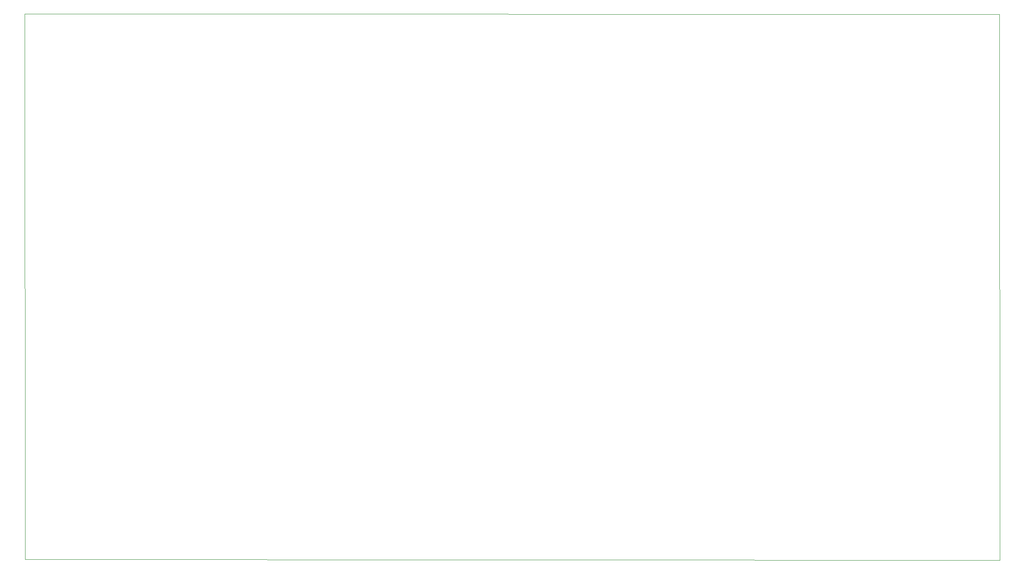
<source format=gbr>
%TF.GenerationSoftware,KiCad,Pcbnew,(5.1.10)-1*%
%TF.CreationDate,2022-08-08T15:21:51-05:00*%
%TF.ProjectId,GEN 1 PSU CARD,47454e20-3120-4505-9355-20434152442e,rev?*%
%TF.SameCoordinates,Original*%
%TF.FileFunction,Profile,NP*%
%FSLAX46Y46*%
G04 Gerber Fmt 4.6, Leading zero omitted, Abs format (unit mm)*
G04 Created by KiCad (PCBNEW (5.1.10)-1) date 2022-08-08 15:21:51*
%MOMM*%
%LPD*%
G01*
G04 APERTURE LIST*
%TA.AperFunction,Profile*%
%ADD10C,0.050000*%
%TD*%
G04 APERTURE END LIST*
D10*
X23967440Y-45333920D02*
X214833200Y-45466000D01*
X214884000Y-152400000D02*
X24058880Y-152262840D01*
X214833200Y-45466000D02*
X214884000Y-152400000D01*
X23967440Y-45333920D02*
X24058880Y-152262840D01*
M02*

</source>
